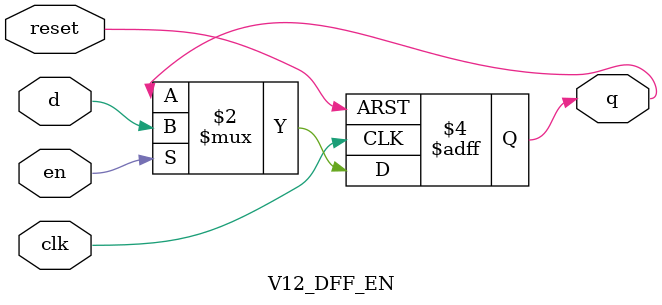
<source format=v>
/*
 * File:   V12_DFF_EN.v
 * Author: Armstrong Subero
 * Processor: EP4CE10F17C8 @ 50MHz, 3.3v
 * Program: HDL file for application
 * Compiler: Quartus II 64-bit 13.0 SP1
 * Program Version 1.0
 * Program Description: This is the main file
 * Hardware Description: Uses the Waveshare Cyclone IV EP4CE10 
 *                       core board with DVK600 base board 
 *
 * Modified From: None
 * 
 * Change History:
 *
 * Author                Rev     Date          Description
 * Armstrong Subero      1.0     19/07/2020    Initial Release
 *
 */

module V12_DFF_EN
	(
	  input wire clk, reset,
	  input wire en,
	  input wire d,
	  output reg q
	);
	
	// body
	always @(posedge clk, posedge reset)
		if(reset)
			q <= 1'b0;
		else if (en)
			q <= d;
endmodule
</source>
